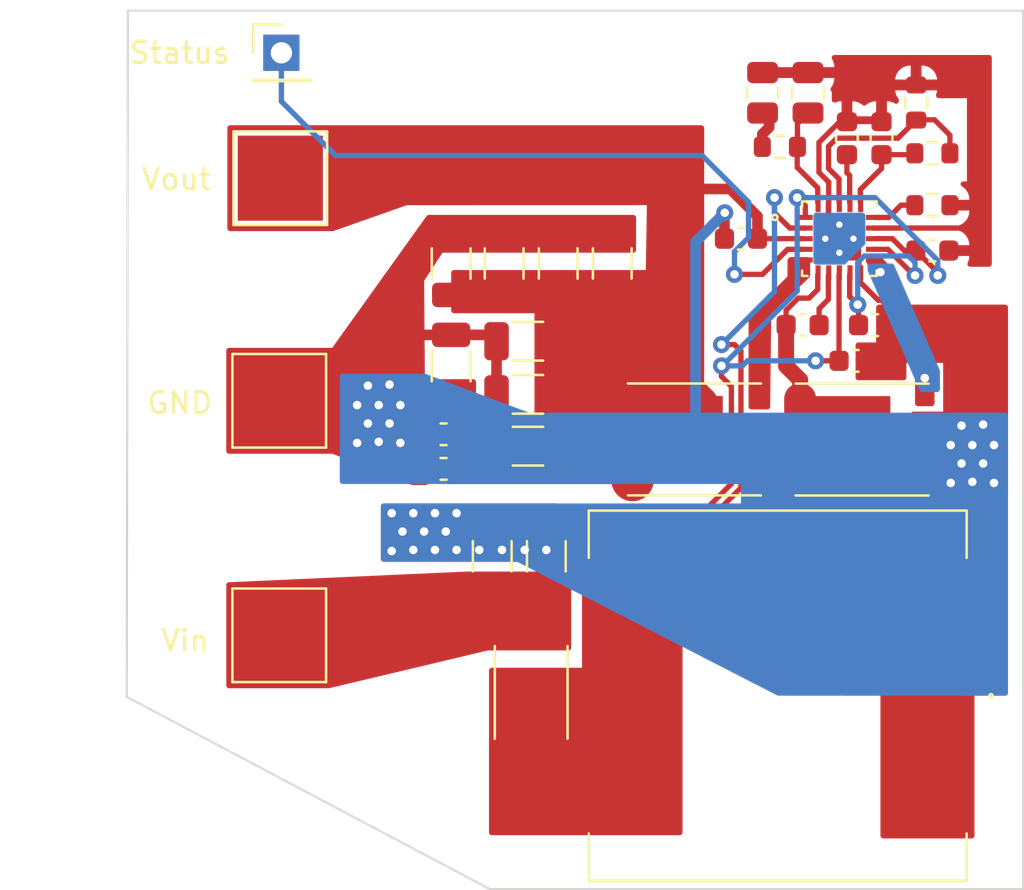
<source format=kicad_pcb>
(kicad_pcb (version 20211014) (generator pcbnew)
  (layers (0 "F.Cu" signal) (31 "B.Cu" signal) (34 "B.Paste" user) (35 "F.Paste" user) (36 "B.SilkS" user "B.Silkscreen") (37 "F.SilkS" user "F.Silkscreen") (38 "B.Mask" user) (39 "F.Mask" user) (44 "Edge.Cuts" user))
  (net 0 "")
  (net 1 "Vin")
  (net 2 "GND")
  (net 3 "Net-(Ccomp1-Pad2)")
  (net 4 "Vout")
  (net 5 "Net-(M1-Pad4)")
  (net 6 "Net-(Cbst1-Pad2)")
  (net 7 "Net-(Ccomp2-Pad2)")
  (net 8 "Net-(Cvcc1-Pad1)")
  (net 9 "Net-(Cvref1-Pad2)")
  (net 10 "Net-(L1-Pad2)")
  (net 11 "Net-(Rvrefb1-Pad1)")
  (net 12 "Net-(Cbst1-Pad1)")
  (net 13 "Net-(Css1-Pad2)")
  (net 14 "Net-(M2-Pad4)")
  (net 15 "status")
  (net 16 "Net-(Rt1-Pad2)")
  (footprint "Capacitor_SMD:C_1206_3216Metric" (layer "F.Cu") (at 84.6328 114.39525 90)
    (fp_text reference "Cin1" hide)
    (fp_text value "10u")
    (fp_line (start -0.711252 0.91) (end 0.711252 0.91) (layer "F.SilkS") (width 0.12))
    (fp_line (start -0.711252 -0.91) (end 0.711252 -0.91) (layer "F.SilkS") (width 0.12))
    (pad "1" smd roundrect (at -1.475 0 90) (size 1.15 1.8) (layers "F.Cu" "F.Paste" "F.Mask") (roundrect_rratio 0.217391) (net 1 "Vin"))
    (pad "2" smd roundrect (at 1.475 0 90) (size 1.15 1.8) (layers "F.Cu" "F.Paste" "F.Mask") (roundrect_rratio 0.217391) (net 2 "GND"))
  )
  (footprint "Capacitor_SMD:C_0603_1608Metric" (layer "F.Cu") (at 96.3168 99.4664)
    (fp_text reference "Cvout1" hide)
    (fp_text value "100n")
    (fp_line (start -0.14058 -0.51) (end 0.14058 -0.51) (layer "F.SilkS") (width 0.12))
    (fp_line (start -0.14058 0.51) (end 0.14058 0.51) (layer "F.SilkS") (width 0.12))
    (pad "1" smd roundrect (at -0.775 0) (size 0.9 0.95) (layers "F.Cu" "F.Paste" "F.Mask") (net 2 "GND"))
    (pad "2" smd roundrect (at 0.775 0) (size 0.9 0.95) (layers "F.Cu" "F.Paste" "F.Mask") (net 4 "Vout"))
  )
  (footprint "Capacitor_SMD:C_0603_1608Metric" (layer "F.Cu") (at 102.9208 94.742 -90)
    (fp_text reference "Cvref1" hide)
    (fp_text value "470p")
    (fp_line (start -0.14058 0.51) (end 0.14058 0.51) (layer "F.SilkS") (width 0.12))
    (fp_line (start -0.14058 -0.51) (end 0.14058 -0.51) (layer "F.SilkS") (width 0.12))
    (pad "1" smd roundrect (at -0.775 0 270) (size 0.9 0.95) (layers "F.Cu" "F.Paste" "F.Mask") (net 2 "GND"))
    (pad "2" smd roundrect (at 0.775 0 270) (size 0.9 0.95) (layers "F.Cu" "F.Paste" "F.Mask") (net 9 "Net-(Cvref1-Pad2)"))
  )
  (footprint "Capacitor_SMD:C_1206_3216Metric" (layer "F.Cu") (at 87.7316 100.62845 -90)
    (fp_text reference "Coutx7" hide)
    (fp_text value "10u")
    (fp_line (start -0.711252 -0.91) (end 0.711252 -0.91) (layer "F.SilkS") (width 0.12))
    (fp_line (start -0.711252 0.91) (end 0.711252 0.91) (layer "F.SilkS") (width 0.12))
    (pad "1" smd roundrect (at -1.475 0 270) (size 1.15 1.8) (layers "F.Cu" "F.Paste" "F.Mask") (roundrect_rratio 0.217391) (net 2 "GND"))
    (pad "2" smd roundrect (at 1.475 0 270) (size 1.15 1.8) (layers "F.Cu" "F.Paste" "F.Mask") (roundrect_rratio 0.217391) (net 4 "Vout"))
  )
  (footprint "Resistor_SMD:R_0603_1608Metric" (layer "F.Cu") (at 104.5464 93.0656 90)
    (fp_text reference "Rvrefb1" hide)
    (fp_text value "60.4k")
    (fp_line (start -0.237258 -0.5225) (end 0.237258 -0.5225) (layer "F.SilkS") (width 0.12))
    (fp_line (start -0.237258 0.5225) (end 0.237258 0.5225) (layer "F.SilkS") (width 0.12))
    (pad "1" smd roundrect (at -0.825 0 90) (size 0.8 0.95) (layers "F.Cu" "F.Paste" "F.Mask") (net 11 "Net-(Rvrefb1-Pad1)"))
    (pad "2" smd roundrect (at 0.825 0 90) (size 0.8 0.95) (layers "F.Cu" "F.Paste" "F.Mask") (net 2 "GND"))
  )
  (footprint "Capacitor_SMD:C_0603_1608Metric" (layer "F.Cu") (at 82.3468 110.2868)
    (fp_text reference "Cout2" hide)
    (fp_text value "270u")
    (fp_line (start -0.14058 0.51) (end 0.14058 0.51) (layer "F.SilkS") (width 0.12))
    (fp_line (start -0.14058 -0.51) (end 0.14058 -0.51) (layer "F.SilkS") (width 0.12))
    (pad "1" smd roundrect (at -0.775 0) (size 0.9 0.95) (layers "F.Cu" "F.Paste" "F.Mask") (net 2 "GND"))
    (pad "2" smd roundrect (at 0.775 0) (size 0.9 0.95) (layers "F.Cu" "F.Paste" "F.Mask") (net 4 "Vout"))
  )
  (footprint "Capacitor_SMD:C_1206_3216Metric" (layer "F.Cu") (at 85.1916 100.62845 -90)
    (fp_text reference "Coutx8" hide)
    (fp_text value "10u")
    (fp_line (start -0.711252 0.91) (end 0.711252 0.91) (layer "F.SilkS") (width 0.12))
    (fp_line (start -0.711252 -0.91) (end 0.711252 -0.91) (layer "F.SilkS") (width 0.12))
    (pad "1" smd roundrect (at -1.475 0 270) (size 1.15 1.8) (layers "F.Cu" "F.Paste" "F.Mask") (roundrect_rratio 0.217391) (net 2 "GND"))
    (pad "2" smd roundrect (at 1.475 0 270) (size 1.15 1.8) (layers "F.Cu" "F.Paste" "F.Mask") (roundrect_rratio 0.217391) (net 4 "Vout"))
  )
  (footprint "Resistor_SMD:R_2512_6332Metric" (layer "F.Cu") (at 86.4616 120.79605 -90)
    (fp_text reference "Rsense1" hide)
    (fp_text value "4m")
    (fp_line (start -2.177064 1.71) (end 2.177064 1.71) (layer "F.SilkS") (width 0.12))
    (fp_line (start -2.177064 -1.71) (end 2.177064 -1.71) (layer "F.SilkS") (width 0.12))
    (pad "1" smd roundrect (at -2.9625 0 270) (size 1.225 3.35) (layers "F.Cu" "F.Paste" "F.Mask") (roundrect_rratio 0.204082) (net 1 "Vin"))
    (pad "2" smd roundrect (at 2.9625 0 270) (size 1.225 3.35) (layers "F.Cu" "F.Paste" "F.Mask") (roundrect_rratio 0.204082) (net 10 "Net-(L1-Pad2)"))
  )
  (footprint "TestPoint:TestPoint_Pad_4.0x4.0mm" (layer "F.Cu") (at 74.6252 118.11)
    (fp_text reference "REF**" hide)
    (fp_text value "TestPoint_Pad_4.0x4.0mm")
    (fp_line (start 2.2 2.2) (end -2.2 2.2) (layer "F.SilkS") (width 0.12))
    (fp_line (start -2.2 -2.2) (end 2.2 -2.2) (layer "F.SilkS") (width 0.12))
    (fp_line (start 2.2 -2.2) (end 2.2 2.2) (layer "F.SilkS") (width 0.12))
    (fp_line (start -2.2 2.2) (end -2.2 -2.2) (layer "F.SilkS") (width 0.12))
    (pad "1" smd rect (at 0 0) (size 4 4) (layers "F.Cu" "F.Mask") (net 1 "Vin"))
  )
  (footprint "Converter IC:LM51521QRGRRQ1" (layer "F.Cu") (at 100.9396 99.4664)
    (fp_text reference "U1" hide)
    (fp_text value "LM51521QRGRRQ1" hide)
    (fp_line (start -1.749999 -1.5) (end -1.749999 -1.749999) (layer "F.SilkS") (width 0.12))
    (fp_line (start -1.749999 1.749999) (end -1.749999 1.5) (layer "F.SilkS") (width 0.12))
    (fp_line (start 1.749999 1.749999) (end 1.749999 1.5) (layer "F.SilkS") (width 0.12))
    (fp_line (start 1.749999 -1.5) (end 1.749999 -1.749999) (layer "F.SilkS") (width 0.12))
    (fp_line (start 1.5 -1.749999) (end 1.749999 -1.749999) (layer "F.SilkS") (width 0.12))
    (fp_line (start 1.5 1.749999) (end 1.749999 1.749999) (layer "F.SilkS") (width 0.12))
    (fp_line (start -1.749999 -1.749999) (end -1.5 -1.749999) (layer "F.SilkS") (width 0.12))
    (fp_line (start -1.749999 1.749999) (end -1.5 1.749999) (layer "F.SilkS") (width 0.12))
    (fp_circle (center -3.02911 -1.000001) (end -2.904109 -1.000001) (layer "F.SilkS") (width 0.12) (fill none))
    (pad "1" smd rect (at -1.6 -1.000001) (size 0.7 0.24) (layers "F.Cu" "F.Paste" "F.Mask") (net 1 "Vin"))
    (pad "2" smd rect (at -1.6 -0.499999) (size 0.7 0.24) (layers "F.Cu" "F.Paste" "F.Mask") (net 10 "Net-(L1-Pad2)"))
    (pad "3" smd rect (at -1.6 0) (size 0.7 0.24) (layers "F.Cu" "F.Paste" "F.Mask") (net 4 "Vout"))
    (pad "4" smd rect (at -1.6 0.500002) (size 0.7 0.24) (layers "F.Cu" "F.Paste" "F.Mask") (net 15 "status"))
    (pad "5" smd rect (at -1.6 1.000001) (size 0.7 0.24) (layers "F.Cu" "F.Paste" "F.Mask") (net 14 "Net-(M2-Pad4)"))
    (pad "6" smd rect (at -1.000001 1.6 90) (size 0.7 0.24) (layers "F.Cu" "F.Paste" "F.Mask") (net 6 "Net-(Cbst1-Pad2)"))
    (pad "7" smd rect (at -0.499999 1.6 90) (size 0.7 0.24) (layers "F.Cu" "F.Paste" "F.Mask") (net 12 "Net-(Cbst1-Pad1)"))
    (pad "8" smd rect (at 0 1.6 90) (size 0.7 0.24) (layers "F.Cu" "F.Paste" "F.Mask") (net 1 "Vin"))
    (pad "9" smd rect (at 0.500002 1.6 90) (size 0.7 0.24) (layers "F.Cu" "F.Paste" "F.Mask") (net 8 "Net-(Cvcc1-Pad1)"))
    (pad "10" smd rect (at 1.000001 1.6 90) (size 0.7 0.24) (layers "F.Cu" "F.Paste" "F.Mask") (net 2 "GND"))
    (pad "11" smd rect (at 1.6 1) (size 0.7 0.239283) (layers "F.Cu" "F.Paste" "F.Mask") (net 5 "Net-(M1-Pad4)"))
    (pad "12" smd rect (at 1.6 0.5) (size 0.7 0.239283) (layers "F.Cu" "F.Paste" "F.Mask") (net 8 "Net-(Cvcc1-Pad1)"))
    (pad "13" smd rect (at 1.6 0) (size 0.7 0.24) (layers "F.Cu" "F.Paste" "F.Mask") (net 1 "Vin"))
    (pad "14" smd rect (at 1.6 -0.5) (size 0.7 0.24) (layers "F.Cu" "F.Paste" "F.Mask") (net 2 "GND"))
    (pad "15" smd rect (at 1.6 -1.000001) (size 0.7 0.24) (layers "F.Cu" "F.Paste" "F.Mask") (net 16 "Net-(Rt1-Pad2)"))
    (pad "16" smd rect (at 1 -1.6 90) (size 0.7 0.24) (layers "F.Cu" "F.Paste" "F.Mask") (net 9 "Net-(Cvref1-Pad2)"))
    (pad "17" smd rect (at 0.5 -1.6 90) (size 0.7 0.24) (layers "F.Cu" "F.Paste" "F.Mask") (net 13 "Net-(Css1-Pad2)"))
    (pad "18" smd rect (at 0 -1.6 90) (size 0.7 0.24) (layers "F.Cu" "F.Paste" "F.Mask") (net 11 "Net-(Rvrefb1-Pad1)"))
    (pad "19" smd rect (at -0.5 -1.6 90) (size 0.7 0.24) (layers "F.Cu" "F.Paste" "F.Mask") (net 2 "GND"))
    (pad "20" smd rect (at -1.000001 -1.6 90) (size 0.7 0.24) (layers "F.Cu" "F.Paste" "F.Mask") (net 7 "Net-(Ccomp2-Pad2)"))
    (pad "21" smd rect (at 0 0) (size 2.05 2.05) (layers "F.Cu" "F.Mask") (net 2 "GND"))
  )
  (footprint "Capacitor_SMD:C_0603_1608Metric" (layer "F.Cu") (at 99.2124 103.5304 180)
    (fp_text reference "Cbst1" hide)
    (fp_text value "100n")
    (fp_line (start -0.14058 0.51) (end 0.14058 0.51) (layer "F.SilkS") (width 0.12))
    (fp_line (start -0.14058 -0.51) (end 0.14058 -0.51) (layer "F.SilkS") (width 0.12))
    (pad "1" smd roundrect (at -0.775 0 180) (size 0.9 0.95) (layers "F.Cu" "F.Paste" "F.Mask") (net 12 "Net-(Cbst1-Pad1)"))
    (pad "2" smd roundrect (at 0.775 0 180) (size 0.9 0.95) (layers "F.Cu" "F.Paste" "F.Mask") (net 6 "Net-(Cbst1-Pad2)"))
  )
  (footprint "n-MOS:SIR826ADP-T1-GE3" (layer "F.Cu") (at 94.1324 108.9025 180)
    (fp_text reference "M2" hide)
    (fp_text value "60V" hide)
    (fp_poly (pts (xy -1.280998 -1.9939) (xy 2.554402 -1.9939) (xy 2.554399 -2.159) (xy 3.265599 -2.159) (xy 3.265599 -1.651) (xy 2.554399 -1.651) (xy 2.554399 -0.889) (xy 3.265599 -0.889) (xy 3.265599 -0.381) (xy 2.554399 -0.381) (xy 2.554399 0.381) (xy 3.265599 0.381) (xy 3.265599 0.889) (xy 2.554399 0.889) (xy 2.554399 1.651) (xy 3.265599 1.651) (xy 3.265599 2.159) (xy 2.554399 2.159) (xy 2.554402 1.9939) (xy -1.280998 1.9939)) (layer "F.Cu") (width 0.1) (fill solid))
    (fp_line (start 3.1242 -2.6289) (end -3.1242 -2.6289) (layer "F.SilkS") (width 0.12))
    (fp_line (start -3.1242 2.6289) (end 3.1242 2.6289) (layer "F.SilkS") (width 0.12))
    (pad "1" smd rect locked (at -2.909999 -1.905 180) (size 0.7112 0.508) (layers "F.Cu" "F.Paste" "F.Mask") (net 6 "Net-(Cbst1-Pad2)"))
    (pad "2" smd rect locked (at -2.909999 -0.635 180) (size 0.7112 0.508) (layers "F.Cu" "F.Paste" "F.Mask") (net 6 "Net-(Cbst1-Pad2)"))
    (pad "3" smd rect locked (at -2.909999 0.635 180) (size 0.7112 0.508) (layers "F.Cu" "F.Paste" "F.Mask") (net 6 "Net-(Cbst1-Pad2)"))
    (pad "4" smd rect locked (at -2.909999 1.905 180) (size 0.7112 0.508) (layers "F.Cu" "F.Paste" "F.Mask") (net 14 "Net-(M2-Pad4)"))
    (pad "5" smd rect locked (at 2.909999 1.905 180) (size 0.7112 0.508) (layers "F.Cu" "F.Paste" "F.Mask") (net 4 "Vout"))
    (pad "6" smd rect locked (at 2.909999 0.635 180) (size 0.7112 0.508) (layers "F.Cu" "F.Paste" "F.Mask") (net 4 "Vout"))
    (pad "7" smd rect locked (at 2.909999 -0.635 180) (size 0.7112 0.508) (layers "F.Cu" "F.Paste" "F.Mask") (net 4 "Vout"))
    (pad "8" smd rect locked (at 2.909999 -1.905 180) (size 0.7112 0.508) (layers "F.Cu" "F.Paste" "F.Mask") (net 4 "Vout"))
  )
  (footprint "TestPoint:TestPoint_Pad_4.0x4.0mm" (layer "F.Cu") (at 74.6252 107.0864)
    (fp_text reference "REF**" hide)
    (fp_text value "TestPoint_Pad_4.0x4.0mm")
    (fp_line (start -2.2 2.2) (end -2.2 -2.2) (layer "F.SilkS") (width 0.12))
    (fp_line (start 2.2 -2.2) (end 2.2 2.2) (layer "F.SilkS") (width 0.12))
    (fp_line (start 2.2 2.2) (end -2.2 2.2) (layer "F.SilkS") (width 0.12))
    (fp_line (start -2.2 -2.2) (end 2.2 -2.2) (layer "F.SilkS") (width 0.12))
    (pad "1" smd rect (at 0 0) (size 4 4) (layers "F.Cu" "F.Mask") (net 2 "GND"))
  )
  (footprint "Resistor_SMD:R_0603_1608Metric" (layer "F.Cu") (at 105.3084 97.8916 180)
    (fp_text reference "Rt1" hide)
    (fp_text value "49.9k")
    (fp_line (start -0.237258 -0.5225) (end 0.237258 -0.5225) (layer "F.SilkS") (width 0.12))
    (fp_line (start -0.237258 0.5225) (end 0.237258 0.5225) (layer "F.SilkS") (width 0.12))
    (pad "1" smd roundrect (at -0.825 0 180) (size 0.8 0.95) (layers "F.Cu" "F.Paste" "F.Mask") (net 2 "GND"))
    (pad "2" smd roundrect (at 0.825 0 180) (size 0.8 0.95) (layers "F.Cu" "F.Paste" "F.Mask") (net 16 "Net-(Rt1-Pad2)"))
  )
  (footprint "n-MOS:SIR826ADP-T1-GE3" (layer "F.Cu") (at 102.0064 108.90885 180)
    (fp_text reference "M1" hide)
    (fp_text value "60V" hide)
    (fp_poly (pts (xy -1.280998 -1.9939) (xy 2.554402 -1.9939) (xy 2.554399 -2.159) (xy 3.265599 -2.159) (xy 3.265599 -1.651) (xy 2.554399 -1.651) (xy 2.554399 -0.889) (xy 3.265599 -0.889) (xy 3.265599 -0.381) (xy 2.554399 -0.381) (xy 2.554399 0.381) (xy 3.265599 0.381) (xy 3.265599 0.889) (xy 2.554399 0.889) (xy 2.554399 1.651) (xy 3.265599 1.651) (xy 3.265599 2.159) (xy 2.554399 2.159) (xy 2.554402 1.9939) (xy -1.280998 1.9939)) (layer "F.Cu") (width 0.1) (fill solid))
    (fp_line (start -3.1242 2.6289) (end 3.1242 2.6289) (layer "F.SilkS") (width 0.12))
    (fp_line (start 3.1242 -2.6289) (end -3.1242 -2.6289) (layer "F.SilkS") (width 0.12))
    (pad "1" smd rect locked (at -2.909999 -1.905 180) (size 0.7112 0.508) (layers "F.Cu" "F.Paste" "F.Mask") (net 2 "GND"))
    (pad "2" smd rect locked (at -2.909999 -0.635 180) (size 0.7112 0.508) (layers "F.Cu" "F.Paste" "F.Mask") (net 2 "GND"))
    (pad "3" smd rect locked (at -2.909999 0.635 180) (size 0.7112 0.508) (layers "F.Cu" "F.Paste" "F.Mask") (net 2 "GND"))
    (pad "4" smd rect locked (at -2.909999 1.905 180) (size 0.7112 0.508) (layers "F.Cu" "F.Paste" "F.Mask") (net 5 "Net-(M1-Pad4)"))
    (pad "5" smd rect locked (at 2.909999 1.905 180) (size 0.7112 0.508) (layers "F.Cu" "F.Paste" "F.Mask") (net 6 "Net-(Cbst1-Pad2)"))
    (pad "6" smd rect locked (at 2.909999 0.635 180) (size 0.7112 0.508) (layers "F.Cu" "F.Paste" "F.Mask") (net 6 "Net-(Cbst1-Pad2)"))
    (pad "7" smd rect locked (at 2.909999 -0.635 180) (size 0.7112 0.508) (layers "F.Cu" "F.Paste" "F.Mask") (net 6 "Net-(Cbst1-Pad2)"))
    (pad "8" smd rect locked (at 2.909999 -1.905 180) (size 0.7112 0.508) (layers "F.Cu" "F.Paste" "F.Mask") (net 6 "Net-(Cbst1-Pad2)"))
  )
  (footprint "Capacitor_SMD:C_0805_2012Metric" (layer "F.Cu") (at 99.4664 92.6084 -90)
    (fp_text reference "Ccomp2" hide)
    (fp_text value "150p")
    (fp_line (start -0.261252 -0.735) (end 0.261252 -0.735) (layer "F.SilkS") (width 0.12))
    (fp_line (start -0.261252 0.735) (end 0.261252 0.735) (layer "F.SilkS") (width 0.12))
    (pad "1" smd roundrect (at -0.95 0 270) (size 1 1.45) (layers "F.Cu" "F.Paste" "F.Mask") (net 2 "GND"))
    (pad "2" smd roundrect (at 0.95 0 270) (size 1 1.45) (layers "F.Cu" "F.Paste" "F.Mask") (net 7 "Net-(Ccomp2-Pad2)"))
  )
  (footprint "TestPoint:TestPoint_Pad_4.0x4.0mm" (layer "F.Cu") (at 74.676 96.6216)
    (fp_text reference "REF**" hide)
    (fp_text value "TestPoint_Pad_4.0x4.0mm")
    (fp_line (start -2.2 2.2) (end -2.2 -2.2) (layer "F.SilkS") (width 0.12))
    (fp_line (start -2.2 -2.2) (end 2.2 -2.2) (layer "F.SilkS") (width 0.12))
    (fp_line (start 2.2 -2.2) (end 2.2 2.2) (layer "F.SilkS") (width 0.12))
    (fp_line (start 2.2 2.2) (end -2.2 2.2) (layer "F.SilkS") (width 0.12))
    (pad "1" smd rect (at 0 0) (size 4 4) (layers "F.Cu" "F.Mask"))
  )
  (footprint "inductor:HCMA1707-330-R" (layer "F.Cu") (at 98.044 120.94845 180)
    (fp_text reference "L1" hide)
    (fp_text value "2.2u" hide)
    (fp_line (start 8.8773 -6.47954) (end 8.8773 -8.6995) (layer "F.SilkS") (width 0.12))
    (fp_line (start 8.8773 8.6995) (end 8.8773 6.47954) (layer "F.SilkS") (width 0.12))
    (fp_line (start 8.8773 -8.6995) (end -8.8773 -8.6995) (layer "F.SilkS") (width 0.12))
    (fp_line (start -8.8773 -8.6995) (end -8.8773 -6.47954) (layer "F.SilkS") (width 0.12))
    (fp_line (start -8.8773 6.47954) (end -8.8773 8.6995) (layer "F.SilkS") (width 0.12))
    (fp_line (start -8.8773 8.6995) (end 8.8773 8.6995) (layer "F.SilkS") (width 0.12))
    (fp_circle (center -10.0203 0) (end -9.9441 0) (layer "F.SilkS") (width 0.12) (fill none))
    (pad "1" smd rect locked (at -7.0231 0 270) (size 12.2936 3.7592) (layers "F.Cu" "F.Paste" "F.Mask") (net 6 "Net-(Cbst1-Pad2)"))
    (pad "2" smd rect locked (at 7.0231 0 270) (size 12.2936 3.7592) (layers "F.Cu" "F.Paste" "F.Mask") (net 10 "Net-(L1-Pad2)"))
  )
  (footprint "Capacitor_SMD:C_1206_3216Metric" (layer "F.Cu") (at 82.7024 105.4608 -90)
    (fp_text reference "Coutx3" hide)
    (fp_text value "10u")
    (fp_line (start -0.711252 0.91) (end 0.711252 0.91) (layer "F.SilkS") (width 0.12))
    (fp_line (start -0.711252 -0.91) (end 0.711252 -0.91) (layer "F.SilkS") (width 0.12))
    (pad "1" smd roundrect (at -1.475 0 270) (size 1.15 1.8) (layers "F.Cu" "F.Paste" "F.Mask") (roundrect_rratio 0.217391) (net 2 "GND"))
    (pad "2" smd roundrect (at 1.475 0 270) (size 1.15 1.8) (layers "F.Cu" "F.Paste" "F.Mask") (roundrect_rratio 0.217391) (net 4 "Vout"))
  )
  (footprint "Capacitor_SMD:C_0603_1608Metric" (layer "F.Cu") (at 102.616 103.5304)
    (fp_text reference "Cvcc1" hide)
    (fp_text value "4.7u")
    (fp_line (start -0.14058 0.51) (end 0.14058 0.51) (layer "F.SilkS") (width 0.12))
    (fp_line (start -0.14058 -0.51) (end 0.14058 -0.51) (layer "F.SilkS") (width 0.12))
    (pad "1" smd roundrect (at -0.775 0) (size 0.9 0.95) (layers "F.Cu" "F.Paste" "F.Mask") (net 8 "Net-(Cvcc1-Pad1)"))
    (pad "2" smd roundrect (at 0.775 0) (size 0.9 0.95) (layers "F.Cu" "F.Paste" "F.Mask") (net 2 "GND"))
  )
  (footprint "Resistor_SMD:R_0603_1608Metric" (layer "F.Cu") (at 98.1456 95.1484)
    (fp_text reference "Rcomp1" hide)
    (fp_text value "20.5k")
    (fp_line (start -0.237258 0.5225) (end 0.237258 0.5225) (layer "F.SilkS") (width 0.12))
    (fp_line (start -0.237258 -0.5225) (end 0.237258 -0.5225) (layer "F.SilkS") (width 0.12))
    (pad "1" smd roundrect (at -0.825 0) (size 0.8 0.95) (layers "F.Cu" "F.Paste" "F.Mask") (net 3 "Net-(Ccomp1-Pad2)"))
    (pad "2" smd roundrect (at 0.825 0) (size 0.8 0.95) (layers "F.Cu" "F.Paste" "F.Mask") (net 7 "Net-(Ccomp2-Pad2)"))
  )
  (footprint "Capacitor_SMD:C_1206_3216Metric" (layer "F.Cu") (at 90.2716 100.62845 -90)
    (fp_text reference "Coutx6" hide)
    (fp_text value "10u")
    (fp_line (start -0.711252 -0.91) (end 0.711252 -0.91) (layer "F.SilkS") (width 0.12))
    (fp_line (start -0.711252 0.91) (end 0.711252 0.91) (layer "F.SilkS") (width 0.12))
    (pad "1" smd roundrect (at -1.475 0 270) (size 1.15 1.8) (layers "F.Cu" "F.Paste" "F.Mask") (roundrect_rratio 0.217391) (net 2 "GND"))
    (pad "2" smd roundrect (at 1.475 0 270) (size 1.15 1.8) (layers "F.Cu" "F.Paste" "F.Mask") (roundrect_rratio 0.217391) (net 4 "Vout"))
  )
  (footprint "Resistor_SMD:R_0603_1608Metric" (layer "F.Cu") (at 105.3084 95.4532)
    (fp_text reference "Rvreft1" hide)
    (fp_text value "40.2k")
    (fp_line (start -0.237258 0.5225) (end 0.237258 0.5225) (layer "F.SilkS") (width 0.12))
    (fp_line (start -0.237258 -0.5225) (end 0.237258 -0.5225) (layer "F.SilkS") (width 0.12))
    (pad "1" smd roundrect (at -0.825 0) (size 0.8 0.95) (layers "F.Cu" "F.Paste" "F.Mask") (net 9 "Net-(Cvref1-Pad2)"))
    (pad "2" smd roundrect (at 0.825 0) (size 0.8 0.95) (layers "F.Cu" "F.Paste" "F.Mask") (net 11 "Net-(Rvrefb1-Pad1)"))
  )
  (footprint "Capacitor_SMD:C_0603_1608Metric" (layer "F.Cu") (at 82.3468 108.6612)
    (fp_text reference "Cout1" hide)
    (fp_text value "270u")
    (fp_line (start -0.14058 -0.51) (end 0.14058 -0.51) (layer "F.SilkS") (width 0.12))
    (fp_line (start -0.14058 0.51) (end 0.14058 0.51) (layer "F.SilkS") (width 0.12))
    (pad "1" smd roundrect (at -0.775 0) (size 0.9 0.95) (layers "F.Cu" "F.Paste" "F.Mask") (net 2 "GND"))
    (pad "2" smd roundrect (at 0.775 0) (size 0.9 0.95) (layers "F.Cu" "F.Paste" "F.Mask") (net 4 "Vout"))
  )
  (footprint "Capacitor_SMD:C_1206_3216Metric" (layer "F.Cu") (at 86.3092 106.7816)
    (fp_text reference "Coutx2" hide)
    (fp_text value "10u")
    (fp_line (start -0.711252 0.91) (end 0.711252 0.91) (layer "F.SilkS") (width 0.12))
    (fp_line (start -0.711252 -0.91) (end 0.711252 -0.91) (layer "F.SilkS") (width 0.12))
    (pad "1" smd roundrect (at -1.475 0) (size 1.15 1.8) (layers "F.Cu" "F.Paste" "F.Mask") (roundrect_rratio 0.217391) (net 2 "GND"))
    (pad "2" smd roundrect (at 1.475 0) (size 1.15 1.8) (layers "F.Cu" "F.Paste" "F.Mask") (roundrect_rratio 0.217391) (net 4 "Vout"))
  )
  (footprint "Capacitor_SMD:C_1206_3216Metric" (layer "F.Cu") (at 86.3092 104.28605)
    (fp_text reference "Coutx4" hide)
    (fp_text value "10u")
    (fp_line (start -0.711252 -0.91) (end 0.711252 -0.91) (layer "F.SilkS") (width 0.12))
    (fp_line (start -0.711252 0.91) (end 0.711252 0.91) (layer "F.SilkS") (width 0.12))
    (pad "1" smd roundrect (at -1.475 0) (size 1.15 1.8) (layers "F.Cu" "F.Paste" "F.Mask") (roundrect_rratio 0.217391) (net 2 "GND"))
    (pad "2" smd roundrect (at 1.475 0) (size 1.15 1.8) (layers "F.Cu" "F.Paste" "F.Mask") (roundrect_rratio 0.217391) (net 4 "Vout"))
  )
  (footprint "Capacitor_SMD:C_1206_3216Metric" (layer "F.Cu") (at 82.7024 100.6348 -90)
    (fp_text reference "Coutx5" hide)
    (fp_text value "10u")
    (fp_line (start -0.711252 0.91) (end 0.711252 0.91) (layer "F.SilkS") (width 0.12))
    (fp_line (start -0.711252 -0.91) (end 0.711252 -0.91) (layer "F.SilkS") (width 0.12))
    (pad "1" smd roundrect (at -1.475 0 270) (size 1.15 1.8) (layers "F.Cu" "F.Paste" "F.Mask") (roundrect_rratio 0.217391) (net 2 "GND"))
    (pad "2" smd roundrect (at 1.475 0 270) (size 1.15 1.8) (layers "F.Cu" "F.Paste" "F.Mask") (roundrect_rratio 0.217391) (net 4 "Vout"))
  )
  (footprint "Capacitor_SMD:C_1206_3216Metric" (layer "F.Cu") (at 86.3092 109.22)
    (fp_text reference "Coutx1" hide)
    (fp_text value "10u")
    (fp_line (start -0.711252 0.91) (end 0.711252 0.91) (layer "F.SilkS") (width 0.12))
    (fp_line (start -0.711252 -0.91) (end 0.711252 -0.91) (layer "F.SilkS") (width 0.12))
    (pad "1" smd roundrect (at -1.475 0) (size 1.15 1.8) (layers "F.Cu" "F.Paste" "F.Mask") (roundrect_rratio 0.217391) (net 2 "GND"))
    (pad "2" smd roundrect (at 1.475 0) (size 1.15 1.8) (layers "F.Cu" "F.Paste" "F.Mask") (roundrect_rratio 0.217391) (net 4 "Vout"))
  )
  (footprint "Capacitor_SMD:C_1206_3216Metric" (layer "F.Cu") (at 87.1728 114.39525 90)
    (fp_text reference "Cin2" hide)
    (fp_text value "10u")
    (fp_line (start -0.711252 -0.91) (end 0.711252 -0.91) (layer "F.SilkS") (width 0.12))
    (fp_line (start -0.711252 0.91) (end 0.711252 0.91) (layer "F.SilkS") (width 0.12))
    (pad "1" smd roundrect (at -1.475 0 90) (size 1.15 1.8) (layers "F.Cu" "F.Paste" "F.Mask") (roundrect_rratio 0.217391) (net 1 "Vin"))
    (pad "2" smd roundrect (at 1.475 0 90) (size 1.15 1.8) (layers "F.Cu" "F.Paste" "F.Mask") (roundrect_rratio 0.217391) (net 2 "GND"))
  )
  (footprint "Connector_PinHeader_2.54mm:PinHeader_1x01_P2.54mm_Vertical" (layer "F.Cu") (at 74.7268 90.7288)
    (fp_text reference "Status" (at -4.7752 0) (layer "F.SilkS"))
    (fp_text value "PinHeader_1x01_P2.54mm_Vertical")
    (fp_line (start -1.33 0) (end -1.33 -1.33) (layer "F.SilkS") (width 0.12))
    (fp_line (start -1.33 -1.33) (end 0 -1.33) (layer "F.SilkS") (width 0.12))
    (fp_line (start 1.33 1.27) (end 1.33 1.33) (layer "F.SilkS") (width 0.12))
    (fp_line (start -1.33 1.27) (end 1.33 1.27) (layer "F.SilkS") (width 0.12))
    (fp_line (start -1.33 1.27) (end -1.33 1.33) (layer "F.SilkS") (width 0.12))
    (fp_line (start -1.33 1.33) (end 1.33 1.33) (layer "F.SilkS") (width 0.12))
    (pad "1" thru_hole rect (at 0 0) (size 1.7 1.7) (drill 1) (layers *.Cu *.Mask) (net 15 "status"))
  )
  (footprint "Capacitor_SMD:C_0603_1608Metric" (layer "F.Cu") (at 105.3084 100.0252)
    (fp_text reference "Cinx1" hide)
    (fp_text value "1u")
    (fp_line (start -0.14058 0.51) (end 0.14058 0.51) (layer "F.SilkS") (width 0.12))
    (fp_line (start -0.14058 -0.51) (end 0.14058 -0.51) (layer "F.SilkS") (width 0.12))
    (pad "1" smd roundrect (at -0.775 0) (size 0.9 0.95) (layers "F.Cu" "F.Paste" "F.Mask") (net 1 "Vin"))
    (pad "2" smd roundrect (at 0.775 0) (size 0.9 0.95) (layers "F.Cu" "F.Paste" "F.Mask") (net 2 "GND"))
  )
  (footprint "Capacitor_SMD:C_0603_1608Metric" (layer "F.Cu") (at 101.2952 94.742 -90)
    (fp_text reference "Css1" hide)
    (fp_text value "680n")
    (fp_line (start -0.14058 0.51) (end 0.14058 0.51) (layer "F.SilkS") (width 0.12))
    (fp_line (start -0.14058 -0.51) (end 0.14058 -0.51) (layer "F.SilkS") (width 0.12))
    (pad "1" smd roundrect (at -0.775 0 270) (size 0.9 0.95) (layers "F.Cu" "F.Paste" "F.Mask") (net 2 "GND"))
    (pad "2" smd roundrect (at 0.775 0 270) (size 0.9 0.95) (layers "F.Cu" "F.Paste" "F.Mask") (net 13 "Net-(Css1-Pad2)"))
  )
  (footprint "Capacitor_SMD:C_0805_2012Metric" (layer "F.Cu") (at 97.3328 92.6084 -90)
    (fp_text reference "Ccomp1" hide)
    (fp_text value "8.2n")
    (fp_line (start -0.261252 -0.735) (end 0.261252 -0.735) (layer "F.SilkS") (width 0.12))
    (fp_line (start -0.261252 0.735) (end 0.261252 0.735) (layer "F.SilkS") (width 0.12))
    (pad "1" smd roundrect (at -0.95 0 270) (size 1 1.45) (layers "F.Cu" "F.Paste" "F.Mask") (net 2 "GND"))
    (pad "2" smd roundrect (at 0.95 0 270) (size 1 1.45) (layers "F.Cu" "F.Paste" "F.Mask") (net 3 "Net-(Ccomp1-Pad2)"))
  )
  (footprint "Capacitor_SMD:C_0603_1608Metric" (layer "F.Cu") (at 101.7016 105.2068)
    (fp_text reference "Cbias1" hide)
    (fp_text value "1u")
    (fp_line (start -0.14058 0.51) (end 0.14058 0.51) (layer "F.SilkS") (width 0.12))
    (fp_line (start -0.14058 -0.51) (end 0.14058 -0.51) (layer "F.SilkS") (width 0.12))
    (pad "1" smd roundrect (at -0.775 0) (size 0.9 0.95) (layers "F.Cu" "F.Paste" "F.Mask") (net 1 "Vin"))
    (pad "2" smd roundrect (at 0.775 0) (size 0.9 0.95) (layers "F.Cu" "F.Paste" "F.Mask") (net 2 "GND"))
  )
  (gr_line (start 67.5132 88.7476) (end 67.4624 121.0056) (layer "Edge.Cuts") (width 0.1))
  (gr_line (start 67.4624 121.0056) (end 84.5312 130.048) (layer "Edge.Cuts") (width 0.1))
  (gr_line (start 84.5312 130.048) (end 109.5756 130.048) (layer "Edge.Cuts") (width 0.1))
  (gr_line (start 109.5756 88.7476) (end 67.5132 88.7476) (layer "Edge.Cuts") (width 0.1))
  (gr_line (start 109.5756 130.048) (end 109.5756 88.7476) (layer "Edge.Cuts") (width 0.1))
  (gr_text "Vout" (at 69.7992 96.6724) (layer "F.SilkS") (effects (font (size 1 1))))
  (gr_text "GND" (at 69.9516 107.188) (layer "F.SilkS") (effects (font (size 1 1))))
  (gr_text "Vin" (at 70.2056 118.364) (layer "F.SilkS") (effects (font (size 1 1))))
  (segment (start 87.1728 115.824) (end 87.1728 115.87025) (width 0.25) (layer "F.Cu") (net 1))
  (segment (start 95.4024 105.444303) (end 95.4024 105.944118) (width 0.25) (layer "F.Cu") (net 1))
  (segment (start 105.5624 101.1936) (end 105.5624 101.0542) (width 0.25) (layer "F.Cu") (net 1))
  (segment (start 100.924101 101.16695) (end 100.924101 105.204301) (width 0.25) (layer "F.Cu") (net 1))
  (segment (start 95.4024 105.944118) (end 95.86728 106.408998) (width 0.25) (layer "F.Cu") (net 1))
  (segment (start 105.5624 101.0542) (end 104.5334 100.0252) (width 0.25) (layer "F.Cu") (net 1))
  (segment (start 100.924101 105.204301) (end 100.9266 105.2068) (width 0.25) (layer "F.Cu") (net 1))
  (segment (start 89.3572 113.6396) (end 87.1728 115.824) (width 0.25) (layer "F.Cu") (net 1))
  (segment (start 99.3396 98.466399) (end 99.3396 97.9172) (width 0.25) (layer "F.Cu") (net 1))
  (segment (start 103.4288 99.4664) (end 103.9876 100.0252) (width 0.25) (layer "F.Cu") (net 1))
  (segment (start 95.86728 110.99032) (end 93.218 113.6396) (width 0.25) (layer "F.Cu") (net 1))
  (segment (start 99.822 105.2068) (end 100.9266 105.2068) (width 0.25) (layer "F.Cu") (net 1))
  (segment (start 93.218 113.6396) (end 89.3572 113.6396) (width 0.25) (layer "F.Cu") (net 1))
  (segment (start 102.624651 99.4664) (end 103.4288 99.4664) (width 0.25) (layer "F.Cu") (net 1))
  (segment (start 95.86728 106.408998) (end 95.86728 110.99032) (width 0.25) (layer "F.Cu") (net 1))
  (segment (start 103.9876 100.0252) (end 104.5334 100.0252) (width 0.25) (layer "F.Cu") (net 1))
  (segment (start 99.3396 97.9172) (end 98.9584 97.536) (width 0.25) (layer "F.Cu") (net 1))
  (via (at 98.9584 97.536) (size 0.8) (drill 0.4) (layers "F.Cu" "B.Cu") (net 1))
  (via (at 95.4024 105.444303) (size 0.8) (drill 0.4) (layers "F.Cu" "B.Cu") (net 1))
  (via (at 105.5624 101.1936) (size 0.8) (drill 0.4) (layers "F.Cu" "B.Cu") (net 1))
  (via (at 99.822 105.2068) (size 0.8) (drill 0.4) (layers "F.Cu" "B.Cu") (net 1))
  (segment (start 96.384097 105.444303) (end 95.4024 105.444303) (width 0.25) (layer "B.Cu") (net 1))
  (segment (start 95.444297 105.444303) (end 98.9584 101.9302) (width 0.25) (layer "B.Cu") (net 1))
  (segment (start 99.822 105.2068) (end 96.6216 105.2068) (width 0.25) (layer "B.Cu") (net 1))
  (segment (start 98.9584 97.536) (end 102.616 97.536) (width 0.25) (layer "B.Cu") (net 1))
  (segment (start 95.4024 105.444303) (end 95.444297 105.444303) (width 0.25) (layer "B.Cu") (net 1))
  (segment (start 96.6216 105.2068) (end 96.384097 105.444303) (width 0.25) (layer "B.Cu") (net 1))
  (segment (start 105.5624 100.4824) (end 105.5624 101.1936) (width 0.25) (layer "B.Cu") (net 1))
  (segment (start 102.616 97.536) (end 105.5624 100.4824) (width 0.25) (layer "B.Cu") (net 1))
  (segment (start 98.9584 101.9302) (end 98.9584 97.536) (width 0.25) (layer "B.Cu") (net 1))
  (segment (start 102.9208 102.362) (end 103.391 102.8322) (width 0.25) (layer "F.Cu") (net 2))
  (segment (start 101.924102 101.16695) (end 101.924102 101.517702) (width 0.25) (layer "F.Cu") (net 2))
  (segment (start 99.98208 94.942264) (end 100.957344 93.967) (width 0.25) (layer "F.Cu") (net 2))
  (segment (start 100.957344 93.967) (end 101.2952 93.967) (width 0.25) (layer "F.Cu") (net 2))
  (segment (start 95.5548 98.2472) (end 95.5418 98.2602) (width 0.25) (layer "F.Cu") (net 2))
  (segment (start 84.53395 103.9858) (end 84.8342 104.28605) (width 0.25) (layer "F.Cu") (net 2))
  (segment (start 82.6498 103.9858) (end 82.648 103.9876) (width 0.5) (layer "F.Cu") (net 2))
  (segment (start 102.5396 98.9664) (end 107.2816 98.9664) (width 0.25) (layer "F.Cu") (net 2))
  (segment (start 99.98208 96.350597) (end 99.98208 94.942264) (width 0.25) (layer "F.Cu") (net 2))
  (segment (start 100.424102 98.966401) (end 100.924101 99.4664) (width 0.25) (layer "F.Cu") (net 2))
  (segment (start 82.7024 103.9858) (end 84.53395 103.9858) (width 0.5) (layer "F.Cu") (net 2))
  (segment (start 84.8342 109.22) (end 84.8342 104.28605) (width 0.5) (layer "F.Cu") (net 2))
  (segment (start 82.7024 103.9858) (end 82.6498 103.9858) (width 0.5) (layer "F.Cu") (net 2))
  (segment (start 107.2816 98.9664) (end 107.2896 98.9584) (width 0.25) (layer "F.Cu") (net 2))
  (segment (start 82.648 103.9876) (end 80.772 103.9876) (width 0.5) (layer "F.Cu") (net 2))
  (segment (start 101.924102 101.517702) (end 102.7684 102.362) (width 0.25) (layer "F.Cu") (net 2))
  (segment (start 101.884113 101.010912) (end 101.884113 100.410913) (width 0.2) (layer "F.Cu") (net 2))
  (segment (start 95.5418 98.2602) (end 95.5418 99.4664) (width 0.5) (layer "F.Cu") (net 2))
  (segment (start 100.4396 96.808118) (end 99.98208 96.350597) (width 0.25) (layer "F.Cu") (net 2))
  (segment (start 100.4396 97.8664) (end 100.4396 96.808118) (width 0.25) (layer "F.Cu") (net 2))
  (segment (start 102.7684 102.362) (end 102.9208 102.362) (width 0.25) (layer "F.Cu") (net 2))
  (segment (start 100.424102 97.76585) (end 100.424102 98.966401) (width 0.25) (layer "F.Cu") (net 2))
  (segment (start 101.939601 101.0664) (end 101.884113 101.010912) (width 0.2) (layer "F.Cu") (net 2))
  (segment (start 101.884113 100.410913) (end 100.9396 99.4664) (width 0.2) (layer "F.Cu") (net 2))
  (segment (start 80.772 101.0902) (end 82.7024 99.1598) (width 0.5) (layer "F.Cu") (net 2))
  (segment (start 80.772 103.9876) (end 80.772 101.0902) (width 0.5) (layer "F.Cu") (net 2))
  (segment (start 103.391 102.8322) (end 103.391 103.5304) (width 0.25) (layer "F.Cu") (net 2))
  (via (at 107.696 110.0328) (size 0.8) (drill 0.4) (layers "F.Cu" "B.Cu") (net 2))
  (via (at 78.7908 106.3752) (size 0.8) (drill 0.4) (layers "F.Cu" "B.Cu") (net 2))
  (via (at 100.2792 99.4664) (size 0.6) (drill 0.3) (layers "F.Cu" "B.Cu") (net 2))
  (via (at 81.4324 113.2332) (size 0.8) (drill 0.4) (layers "F.Cu" "B.Cu") (net 2))
  (via (at 81.9404 112.3696) (size 0.8) (drill 0.4) (layers "F.Cu" "B.Cu") (net 2))
  (via (at 106.172 109.1692) (size 0.8) (drill 0.4) (layers "F.Cu" "B.Cu") (net 2))
  (via (at 100.9396 100.1268) (size 0.6) (drill 0.3) (layers "F.Cu" "B.Cu") (net 2))
  (via (at 106.68 110.0328) (size 0.8) (drill 0.4) (layers "F.Cu" "B.Cu") (net 2))
  (via (at 107.188 110.8964) (size 0.8) (drill 0.4) (layers "F.Cu" "B.Cu") (net 2))
  (via (at 106.172 110.9472) (size 0.8) (drill 0.4) (layers "F.Cu" "B.Cu") (net 2))
  (via (at 80.3148 109.0676) (size 0.8) (drill 0.4) (layers "F.Cu" "B.Cu") (net 2))
  (via (at 79.2988 109.0168) (size 0.8) (drill 0.4) (layers "F.Cu" "B.Cu") (net 2))
  (via (at 79.9084 114.1476) (size 0.8) (drill 0.4) (layers "F.Cu" "B.Cu") (net 2))
  (via (at 82.4484 113.2332) (size 0.8) (drill 0.4) (layers "F.Cu" "B.Cu") (net 2))
  (via (at 78.2828 109.0676) (size 0.8) (drill 0.4) (layers "F.Cu" "B.Cu") (net 2))
  (via (at 79.8068 106.3244) (size 0.8) (drill 0.4) (layers "F.Cu" "B.Cu") (net 2))
  (via (at 82.9564 114.0968) (size 0.8) (drill 0.4) (layers "F.Cu" "B.Cu") (net 2))
  (via (at 101.6 99.4664) (size 0.6) (drill 0.3) (layers "F.Cu" "B.Cu") (net 2))
  (via (at 80.9244 114.0968) (size 0.8) (drill 0.4) (layers "F.Cu" "B.Cu") (net 2))
  (via (at 82.9564 112.3696) (size 0.8) (drill 0.4) (layers "F.Cu" "B.Cu") (net 2))
  (via (at 79.2988 107.2896) (size 0.8) (drill 0.4) (layers "F.Cu" "B.Cu") (net 2))
  (via (at 78.2828 107.2896) (size 0.8) (drill 0.4) (layers "F.Cu" "B.Cu") (net 2))
  (via (at 80.9244 112.3696) (size 0.8) (drill 0.4) (layers "F.Cu" "B.Cu") (net 2))
  (via (at 107.188 109.1692) (size 0.8) (drill 0.4) (layers "F.Cu" "B.Cu") (net 2))
  (via (at 78.7908 108.1532) (size 0.8) (drill 0.4) (layers "F.Cu" "B.Cu") (net 2))
  (via (at 81.9404 114.0968) (size 0.8) (drill 0.4) (layers "F.Cu" "B.Cu") (net 2))
  (via (at 87.1728 114.0968) (size 0.8) (drill 0.4) (layers "F.Cu" "B.Cu") (net 2))
  (via (at 84.0232 114.0968) (size 0.8) (drill 0.4) (layers "F.Cu" "B.Cu") (net 2))
  (via (at 79.8068 108.1532) (size 0.8) (drill 0.4) (layers "F.Cu" "B.Cu") (net 2))
  (via (at 80.4164 113.2332) (size 0.8) (drill 0.4) (layers "F.Cu" "B.Cu") (net 2))
  (via (at 107.696 108.204) (size 0.8) (drill 0.4) (layers "F.Cu" "B.Cu") (net 2))
  (via (at 86.1568 114.0968) (size 0.8) (drill 0.4) (layers "F.Cu" "B.Cu") (net 2))
  (via (at 108.204 109.1692) (size 0.8) (drill 0.4) (layers "F.Cu" "B.Cu") (net 2))
  (via (at 106.68 108.2548) (size 0.8) (drill 0.4) (layers "F.Cu" "B.Cu") (net 2))
  (via (at 95.5548 98.2472) (size 0.8) (drill 0.4) (layers "F.Cu" "B.Cu") (net 2))
  (via (at 85.09 114.0968) (size 0.8) (drill 0.4) (layers "F.Cu" "B.Cu") (net 2))
  (via (at 108.204 110.9472) (size 0.8) (drill 0.4) (layers "F.Cu" "B.Cu") (net 2))
  (via (at 80.3148 107.2896) (size 0.8) (drill 0.4) (layers "F.Cu" "B.Cu") (net 2))
  (via (at 79.9084 112.3696) (size 0.8) (drill 0.4) (layers "F.Cu" "B.Cu") (net 2))
  (via (at 100.9396 98.806) (size 0.6) (drill 0.3) (layers "F.Cu" "B.Cu") (net 2))
  (segment (start 95.5548 98.2472) (end 94.1832 99.6188) (width 0.5) (layer "B.Cu") (net 2))
  (segment (start 94.1832 99.6188) (end 94.1832 108.2548) (width 0.5) (layer "B.Cu") (net 2))
  (segment (start 97.3206 95.1484) (end 97.3206 94.551) (width 0.5) (layer "F.Cu") (net 3))
  (segment (start 97.6376 94.234) (end 97.6376 93.5076) (width 0.5) (layer "F.Cu") (net 3))
  (segment (start 97.3206 94.551) (end 97.6376 94.234) (width 0.5) (layer "F.Cu") (net 3))
  (segment (start 91.222401 106.9975) (end 91.222401 110.8075) (width 2) (layer "F.Cu") (net 4))
  (segment (start 93.1037 109.5375) (end 91.222401 109.5375) (width 2) (layer "F.Cu") (net 4))
  (segment (start 91.222401 106.9975) (end 93.9419 106.9975) (width 2) (layer "F.Cu") (net 4))
  (segment (start 97.0918 98.4126) (end 95.8088 97.1296) (width 0.5) (layer "F.Cu") (net 4))
  (segment (start 97.0918 99.4664) (end 97.0918 98.4126) (width 0.5) (layer "F.Cu") (net 4))
  (segment (start 93.9419 106.9975) (end 94.2848 107.3404) (width 2) (layer "F.Cu") (net 4))
  (segment (start 94.2848 107.3404) (end 94.2848 108.3564) (width 2) (layer "F.Cu") (net 4))
  (segment (start 94.2848 108.3564) (end 93.1037 109.5375) (width 2) (layer "F.Cu") (net 4))
  (segment (start 95.8088 97.1296) (end 94.3356 97.1296) (width 0.5) (layer "F.Cu") (net 4))
  (segment (start 99.223551 99.4664) (end 97.0918 99.4664) (width 0.25) (layer "F.Cu") (net 4))
  (via (at 104.9528 106.0196) (size 0.8) (drill 0.4) (layers "F.Cu" "B.Cu") (net 5))
  (via (at 102.87 101.0412) (size 0.8) (drill 0.4) (layers "F.Cu" "B.Cu") (net 5))
  (segment (start 98.4374 103.5304) (end 98.4374 105.4478) (width 0.75) (layer "F.Cu") (net 6))
  (segment (start 99.096401 110.932801) (end 99.6696 111.506) (width 1.5) (layer "F.Cu") (net 6))
  (segment (start 99.0092 102.2604) (end 98.4374 102.8322) (width 0.25) (layer "F.Cu") (net 6))
  (segment (start 102.8192 111.506) (end 105.0671 113.7539) (width 1.5) (layer "F.Cu") (net 6))
  (segment (start 99.6696 111.506) (end 102.8192 111.506) (width 1.5) (layer "F.Cu") (net 6))
  (segment (start 99.9241 101.16695) (end 99.9241 101.8535) (width 0.25) (layer "F.Cu") (net 6))
  (segment (start 105.0671 113.7539) (end 105.0671 120.94845) (width 1.5) (layer "F.Cu") (net 6))
  (segment (start 99.096401 106.106801) (end 99.096401 107.00385) (width 0.75) (layer "F.Cu") (net 6))
  (segment (start 99.096401 110.81385) (end 99.096401 110.932801) (width 1.5) (layer "F.Cu") (net 6))
  (segment (start 99.096401 107.00385) (end 99.096401 110.81385) (width 1.5) (layer "F.Cu") (net 6))
  (segment (start 98.4374 102.8322) (end 98.4374 103.5304) (width 0.25) (layer "F.Cu") (net 6))
  (segment (start 99.5172 102.2604) (end 99.0092 102.2604) (width 0.25) (layer "F.Cu") (net 6))
  (segment (start 98.4374 105.4478) (end 99.096401 106.106801) (width 0.75) (layer "F.Cu") (net 6))
  (segment (start 99.9241 101.8535) (end 99.5172 102.2604) (width 0.25) (layer "F.Cu") (net 6))
  (segment (start 98.9706 95.1484) (end 98.9706 94.0542) (width 0.25) (layer "F.Cu") (net 7))
  (segment (start 99.9241 97.0793) (end 98.9584 96.1136) (width 0.25) (layer "F.Cu") (net 7))
  (segment (start 98.9706 94.0542) (end 99.4664 93.5584) (width 0.25) (layer "F.Cu") (net 7))
  (segment (start 99.9241 97.76585) (end 99.9241 97.0793) (width 0.25) (layer "F.Cu") (net 7))
  (segment (start 98.9584 96.1136) (end 98.9584 95.1606) (width 0.25) (layer "F.Cu") (net 7))
  (segment (start 98.9584 95.1606) (end 98.9706 95.1484) (width 0.25) (layer "F.Cu") (net 7))
  (segment (start 101.424103 101.16695) (end 101.424103 102.186103) (width 0.25) (layer "F.Cu") (net 8))
  (segment (start 101.841 102.603) (end 101.841 103.5304) (width 0.25) (layer "F.Cu") (net 8))
  (segment (start 101.424103 102.186103) (end 101.841 102.603) (width 0.25) (layer "F.Cu") (net 8))
  (segment (start 104.449662 101.1936) (end 103.222462 99.9664) (width 0.25) (layer "F.Cu") (net 8))
  (segment (start 103.222462 99.9664) (end 102.5396 99.9664) (width 0.25) (layer "F.Cu") (net 8))
  (segment (start 104.4956 101.1936) (end 104.449662 101.1936) (width 0.25) (layer "F.Cu") (net 8))
  (via (at 104.4956 101.1936) (size 0.8) (drill 0.4) (layers "F.Cu" "B.Cu") (net 8))
  (via (at 101.8032 102.5652) (size 0.8) (drill 0.4) (layers "F.Cu" "B.Cu") (net 8))
  (segment (start 101.8032 100.584) (end 102.108 100.2792) (width 0.25) (layer "B.Cu") (net 8))
  (segment (start 102.108 100.2792) (end 104.1908 100.2792) (width 0.25) (layer "B.Cu") (net 8))
  (segment (start 104.4956 100.584) (end 104.4956 101.1936) (width 0.25) (layer "B.Cu") (net 8))
  (segment (start 101.8032 102.5652) (end 101.8032 100.584) (width 0.25) (layer "B.Cu") (net 8))
  (segment (start 104.1908 100.2792) (end 104.4956 100.584) (width 0.25) (layer "B.Cu") (net 8))
  (segment (start 102.9208 95.517) (end 104.4196 95.517) (width 0.25) (layer "F.Cu") (net 9))
  (segment (start 101.924102 97.161098) (end 102.9208 96.1644) (width 0.25) (layer "F.Cu") (net 9))
  (segment (start 102.9208 96.1644) (end 102.9208 95.517) (width 0.25) (layer "F.Cu") (net 9))
  (segment (start 101.924102 97.76585) (end 101.924102 97.161098) (width 0.25) (layer "F.Cu") (net 9))
  (segment (start 104.4196 95.517) (end 104.4834 95.4532) (width 0.25) (layer "F.Cu") (net 9))
  (segment (start 93.345717 114.1476) (end 96.3168 111.176517) (width 0.25) (layer "F.Cu") (net 10))
  (segment (start 91.5416 114.1476) (end 93.345717 114.1476) (width 0.25) (layer "F.Cu") (net 10))
  (segment (start 98.610801 98.966401) (end 97.8916 98.2472) (width 0.25) (layer "F.Cu") (net 10))
  (segment (start 96.3168 111.176517) (end 96.3168 104.7496) (width 0.25) (layer "F.Cu") (net 10))
  (segment (start 99.3396 98.966401) (end 98.610801 98.966401) (width 0.25) (layer "F.Cu") (net 10))
  (segment (start 96.3168 104.7496) (end 96.012 104.4448) (width 0.25) (layer "F.Cu") (net 10))
  (segment (start 97.8916 98.2472) (end 97.8916 97.536) (width 0.25) (layer "F.Cu") (net 10))
  (segment (start 91.0209 114.6683) (end 91.5416 114.1476) (width 0.25) (layer "F.Cu") (net 10))
  (segment (start 91.0209 120.94845) (end 91.0209 114.6683) (width 0.25) (layer "F.Cu") (net 10))
  (segment (start 96.012 104.4448) (end 95.4024 104.4448) (width 0.25) (layer "F.Cu") (net 10))
  (via (at 97.8916 97.536) (size 0.8) (drill 0.4) (layers "F.Cu" "B.Cu") (net 10))
  (via (at 95.4024 104.4448) (size 0.8) (drill 0.4) (layers "F.Cu" "B.Cu") (net 10))
  (segment (start 95.4024 104.4448) (end 97.8916 101.9556) (width 0.25) (layer "B.Cu") (net 10))
  (segment (start 97.8916 101.9556) (end 97.8916 97.536) (width 0.25) (layer "B.Cu") (net 10))
  (segment (start 104.5586 93.8784) (end 104.5464 93.8906) (width 0.25) (layer "F.Cu") (net 11))
  (segment (start 105.41 93.8784) (end 104.5586 93.8784) (width 0.25) (layer "F.Cu") (net 11))
  (segment (start 100.4316 96.1644) (end 100.4316 95.128462) (width 0.25) (layer "F.Cu") (net 11))
  (segment (start 100.818542 94.74152) (end 103.69548 94.74152) (width 0.25) (layer "F.Cu") (net 11))
  (segment (start 103.69548 94.74152) (end 104.5464 93.8906) (width 0.25) (layer "F.Cu") (net 11))
  (segment (start 100.4316 95.128462) (end 100.818542 94.74152) (width 0.25) (layer "F.Cu") (net 11))
  (segment (start 100.924101 97.76585) (end 100.924101 96.656901) (width 0.25) (layer "F.Cu") (net 11))
  (segment (start 106.1334 95.4532) (end 106.1334 94.6018) (width 0.25) (layer "F.Cu") (net 11))
  (segment (start 100.924101 96.656901) (end 100.4316 96.1644) (width 0.25) (layer "F.Cu") (net 11))
  (segment (start 106.1334 94.6018) (end 105.41 93.8784) (width 0.25) (layer "F.Cu") (net 11))
  (segment (start 100.424102 102.318698) (end 99.9874 102.7554) (width 0.25) (layer "F.Cu") (net 12))
  (segment (start 99.9874 102.7554) (end 99.9874 103.5304) (width 0.25) (layer "F.Cu") (net 12))
  (segment (start 100.424102 101.16695) (end 100.424102 102.318698) (width 0.25) (layer "F.Cu") (net 12))
  (segment (start 101.2952 96.3676) (end 101.2952 95.517) (width 0.25) (layer "F.Cu") (net 13))
  (segment (start 101.424103 96.496503) (end 101.2952 96.3676) (width 0.25) (layer "F.Cu") (net 13))
  (segment (start 101.424103 97.76585) (end 101.424103 96.496503) (width 0.25) (layer "F.Cu") (net 13))
  (segment (start 98.509198 99.966402) (end 97.3328 101.1428) (width 0.25) (layer "F.Cu") (net 15))
  (segment (start 99.223551 99.966402) (end 98.509198 99.966402) (width 0.25) (layer "F.Cu") (net 15))
  (segment (start 97.3328 101.1428) (end 96.012 101.1428) (width 0.25) (layer "F.Cu") (net 15))
  (via (at 96.012 101.1428) (size 0.8) (drill 0.4) (layers "F.Cu" "B.Cu") (net 15))
  (segment (start 96.6724 99.4156) (end 96.6724 97.7392) (width 0.25) (layer "B.Cu") (net 15))
  (segment (start 96.012 101.1428) (end 96.012 100.076) (width 0.25) (layer "B.Cu") (net 15))
  (segment (start 77.2668 95.5548) (end 74.7268 93.0148) (width 0.25) (layer "B.Cu") (net 15))
  (segment (start 94.488 95.5548) (end 77.2668 95.5548) (width 0.25) (layer "B.Cu") (net 15))
  (segment (start 96.6724 97.7392) (end 94.488 95.5548) (width 0.25) (layer "B.Cu") (net 15))
  (segment (start 96.012 100.076) (end 96.6724 99.4156) (width 0.25) (layer "B.Cu") (net 15))
  (segment (start 74.7268 93.0148) (end 74.7268 90.7288) (width 0.25) (layer "B.Cu") (net 15))
  (segment (start 103.8352 97.8916) (end 104.4834 97.8916) (width 0.25) (layer "F.Cu") (net 16))
  (segment (start 102.624651 98.466399) (end 103.260401 98.466399) (width 0.25) (layer "F.Cu") (net 16))
  (segment (start 103.260401 98.466399) (end 103.8352 97.8916) (width 0.25) (layer "F.Cu") (net 16))
  (zone (net 5) (net_name "Net-(M1-Pad4)") (layer "F.Cu") (connect_pads yes (clearance 0)) (min_thickness 0.254) (fill yes (thermal_gap 0.508) (thermal_bridge_width 0.508))
    (polygon (pts (xy 105.41 107.3404) (xy 104.4956 107.3404) (xy 104.4956 105.5624) (xy 105.41 105.5624)))
  )
  (zone (net 2) (net_name "GND") (layer "F.Cu") (connect_pads yes (clearance 0)) (min_thickness 0.254) (fill yes (thermal_gap 0.508) (thermal_bridge_width 0.508))
    (polygon (pts (xy 87.7316 114.6556) (xy 79.4004 114.6556) (xy 79.4004 111.9124) (xy 87.7316 111.9124)))
  )
  (zone (net 2) (net_name "GND") (layer "F.Cu") (connect_pads yes (clearance 0)) (min_thickness 0.254) (fill yes (thermal_gap 0.508) (thermal_bridge_width 0.508))
    (polygon (pts (xy 108.8644 111.506) (xy 104.2924 111.506) (xy 104.2924 107.5944) (xy 105.8164 107.5944) (xy 105.8164 105.3084) (xy 104.0892 105.3084) (xy 104.0892 106.1212) (xy 101.7016 106.1212) (xy 101.7016 104.3432) (xy 102.6668 104.3432) (xy 102.6668 102.5652) (xy 108.8644 102.5652)))
  )
  (zone (net 2) (net_name "GND") (layer "F.Cu") (connect_pads yes (clearance 0)) (min_thickness 0.254) (fill yes (thermal_gap 0.508) (thermal_bridge_width 0.508))
    (polygon (pts (xy 91.3892 100.1268) (xy 82.296 100.1268) (xy 81.4324 101.4476) (xy 81.4832 107.8992) (xy 81.6356 108.0516) (xy 81.6356 111.0488) (xy 80.8736 111.0488) (xy 77.1144 109.5756) (xy 72.136 109.5756) (xy 72.136 104.5972) (xy 77.1144 104.5972) (xy 81.5848 98.3488) (xy 91.3892 98.3488)))
  )
  (zone (net 1) (net_name "Vin") (layer "F.Cu") (connect_pads yes (clearance 0)) (min_thickness 0.254) (fill yes (thermal_gap 0.508) (thermal_bridge_width 0.508))
    (polygon (pts (xy 88.3412 118.8212) (xy 84.4296 118.8212) (xy 76.962 120.5992) (xy 72.136 120.5992) (xy 72.136 115.6208) (xy 83.4644 115.1128) (xy 88.3412 115.1128)))
  )
  (zone (net 14) (net_name "Net-(M2-Pad4)") (layer "F.Cu") (connect_pads yes (clearance 0)) (min_thickness 0.254) (fill yes (thermal_gap 0.508) (thermal_bridge_width 0.508))
    (polygon (pts (xy 99.568 101.2444) (xy 97.7392 103.0224) (xy 97.6884 107.4928) (xy 96.6724 107.4928) (xy 96.6724 103.2256) (xy 97.7392 102.0064) (xy 98.5012 101.2444) (xy 98.5012 100.33) (xy 99.568 100.33)))
  )
  (zone (net 5) (net_name "Net-(M1-Pad4)") (layer "F.Cu") (connect_pads yes (clearance 0)) (min_thickness 0.254) (fill yes (thermal_gap 0.508) (thermal_bridge_width 0.508))
    (polygon (pts (xy 103.378 100.838) (xy 103.378 101.4984) (xy 102.5144 101.4984) (xy 102.2096 100.6348) (xy 102.2096 100.3808) (xy 102.9716 100.3808)))
  )
  (zone (net 4) (net_name "Vout") (layer "F.Cu") (connect_pads yes (clearance 0)) (min_thickness 0.254) (fill yes (thermal_gap 0.508) (thermal_bridge_width 0.508))
    (polygon (pts (xy 94.5896 107.2388) (xy 91.3384 107.2388) (xy 91.3384 100.9396) (xy 91.846439 100.937144) (xy 91.897261 97.889144) (xy 80.619622 97.8916) (xy 77.1652 99.1108) (xy 72.1868 99.1108) (xy 72.1868 94.1324) (xy 94.5896 94.1324)))
  )
  (zone (net 10) (net_name "Net-(L1-Pad2)") (layer "F.Cu") (connect_pads yes (clearance 0)) (min_thickness 0.254) (fill yes (thermal_gap 0.508) (thermal_bridge_width 0.508))
    (polygon (pts (xy 93.5736 127.508) (xy 84.4804 127.508) (xy 84.4804 119.634) (xy 88.8492 119.634) (xy 88.8492 114.554) (xy 93.5736 114.554)))
  )
  (zone (net 6) (net_name "Net-(Cbst1-Pad2)") (layer "F.Cu") (connect_pads yes (clearance 0)) (min_thickness 0.254) (fill yes (thermal_gap 0.508) (thermal_bridge_width 0.508))
    (polygon (pts (xy 99.1108 111.9124) (xy 107.2896 111.9124) (xy 107.2896 127.6604) (xy 102.87 127.6604) (xy 102.87 113.3856) (xy 96.6724 113.3856) (xy 96.6724 107.7468) (xy 99.06 107.7468)))
  )
  (zone (net 2) (net_name "GND") (layer "F.Cu") (connect_pads (clearance 0)) (min_thickness 0.254) (fill yes (thermal_gap 0.508) (thermal_bridge_width 0.508))
    (polygon (pts (xy 108.1024 100.7872) (xy 105.3592 100.7872) (xy 105.3592 96.774) (xy 106.934 96.774) (xy 106.934 92.8624) (xy 103.7336 92.8624) (xy 103.7336 94.0816) (xy 100.584 94.0816) (xy 100.584 92.5576) (xy 96.3168 92.5576) (xy 96.3168 90.8304) (xy 108.1024 90.8304)))
  )
  (zone (net 4) (net_name "Vout") (layer "F.Cu") (connect_pads yes (clearance 0)) (min_thickness 0.254) (fill yes (thermal_gap 0.508) (thermal_bridge_width 0.508))
    (polygon (pts (xy 91.5416 110.998) (xy 82.3976 110.998) (xy 82.3976 107.7976) (xy 81.788 107.7976) (xy 81.788 106.0704) (xy 83.8708 106.0704) (xy 83.8708 110.4392) (xy 86.614 110.4392) (xy 86.614 102.9716) (xy 82.7024 102.9716) (xy 82.7024 100.9396) (xy 91.5416 100.9396)))
  )
  (zone (net 2) (net_name "GND") (layer "B.Cu") (connect_pads yes (clearance 0)) (min_thickness 0.254) (fill yes (thermal_gap 0.508) (thermal_bridge_width 0.508))
    (polygon (pts (xy 102.1588 99.7204) (xy 101.1936 100.6856) (xy 99.7204 100.6856) (xy 99.7204 98.2472) (xy 102.1588 98.2472)))
  )
  (zone (net 5) (net_name "Net-(M1-Pad4)") (layer "B.Cu") (connect_pads yes (clearance 0)) (min_thickness 0.254) (fill yes (thermal_gap 0.508) (thermal_bridge_width 0.508))
    (polygon (pts (xy 105.664 105.664) (xy 105.664 106.68) (xy 104.7496 106.68) (xy 102.2604 100.9396) (xy 102.2604 100.6348) (xy 103.4796 100.6348)))
  )
  (zone (net 2) (net_name "GND") (layer "B.Cu") (connect_pads yes (clearance 0)) (min_thickness 0.254) (fill yes (thermal_gap 0.508) (thermal_bridge_width 0.508))
    (polygon (pts (xy 86.36 107.6452) (xy 108.8644 107.6452) (xy 108.8644 120.9548) (xy 98.044 120.94845) (xy 85.8012 114.6556) (xy 79.4004 114.6556) (xy 79.4004 111.9124) (xy 96.3168 111.9124) (xy 96.3168 110.998) (xy 77.47 110.998) (xy 77.47 105.8164) (xy 81.4832 105.8164)))
  )
)
</source>
